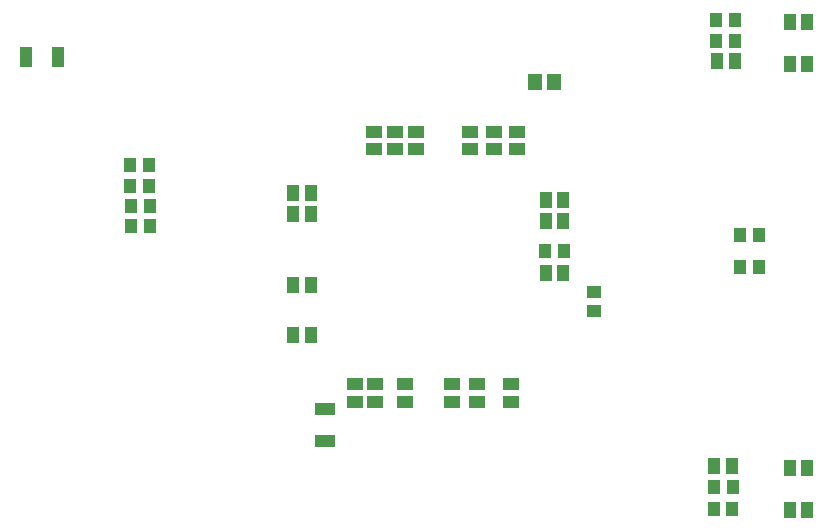
<source format=gbp>
G04*
G04 #@! TF.GenerationSoftware,Altium Limited,Altium Designer,20.0.13 (296)*
G04*
G04 Layer_Color=128*
%FSLAX25Y25*%
%MOIN*%
G70*
G01*
G75*
%ADD17R,0.03937X0.05118*%
%ADD22R,0.04724X0.05512*%
%ADD23R,0.05512X0.04331*%
%ADD24R,0.04331X0.05512*%
%ADD25R,0.05118X0.03937*%
%ADD114R,0.04331X0.06693*%
%ADD115R,0.06693X0.04331*%
%ADD116R,0.04134X0.05512*%
D17*
X266700Y171921D02*
D03*
X260400D02*
D03*
X265950Y23291D02*
D03*
X259650D02*
D03*
X268350Y96491D02*
D03*
X274650D02*
D03*
X274650Y107291D02*
D03*
X268350D02*
D03*
X259550Y15790D02*
D03*
X265850D02*
D03*
X266750Y178691D02*
D03*
X260450D02*
D03*
X71350Y130491D02*
D03*
X65050D02*
D03*
X71350Y123591D02*
D03*
X65050D02*
D03*
X71550Y116791D02*
D03*
X65250D02*
D03*
X71650Y110090D02*
D03*
X65350D02*
D03*
X203350Y101790D02*
D03*
X209650D02*
D03*
D22*
X206350Y158291D02*
D03*
X200050D02*
D03*
D23*
X140000Y51538D02*
D03*
Y57443D02*
D03*
X146700Y51538D02*
D03*
Y57443D02*
D03*
X156600Y51538D02*
D03*
Y57443D02*
D03*
X172300Y51538D02*
D03*
Y57443D02*
D03*
X180700Y51538D02*
D03*
Y57443D02*
D03*
X191900Y51538D02*
D03*
Y57443D02*
D03*
X146400Y141643D02*
D03*
Y135738D02*
D03*
X153450Y141643D02*
D03*
Y135738D02*
D03*
X160500Y141643D02*
D03*
Y135738D02*
D03*
X178500Y141643D02*
D03*
Y135738D02*
D03*
X186300Y141643D02*
D03*
Y135738D02*
D03*
X194100Y141643D02*
D03*
Y135738D02*
D03*
D24*
X265653Y30090D02*
D03*
X259747D02*
D03*
X266553Y165091D02*
D03*
X260647D02*
D03*
X209453Y94491D02*
D03*
X203547D02*
D03*
X209453Y111990D02*
D03*
X203547D02*
D03*
X209453Y118691D02*
D03*
X203547D02*
D03*
X119407Y121321D02*
D03*
X125313D02*
D03*
X119375Y114321D02*
D03*
X125280D02*
D03*
X119317Y90461D02*
D03*
X125223D02*
D03*
X119347Y73953D02*
D03*
X125253D02*
D03*
D25*
X219800Y88040D02*
D03*
Y81741D02*
D03*
D114*
X41115Y166491D02*
D03*
X30485D02*
D03*
D115*
X130000Y38376D02*
D03*
Y49005D02*
D03*
D116*
X284882Y29648D02*
D03*
X290591D02*
D03*
X284882Y15475D02*
D03*
X290591D02*
D03*
Y164033D02*
D03*
X284882D02*
D03*
X290591Y178206D02*
D03*
X284882D02*
D03*
M02*

</source>
